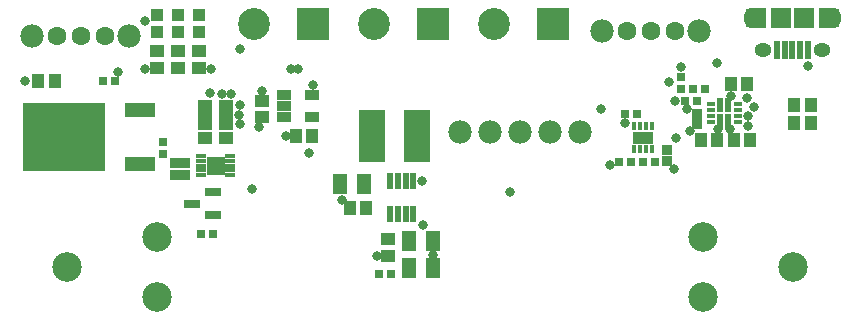
<source format=gts>
G04 Layer_Color=20142*
%FSLAX25Y25*%
%MOIN*%
G70*
G01*
G75*
%ADD57C,0.01400*%
%ADD66R,0.07099X0.04343*%
%ADD67R,0.01784X0.02769*%
%ADD68R,0.05524X0.06902*%
%ADD69R,0.06706X0.06902*%
%ADD70R,0.02375X0.06115*%
%ADD71R,0.04737X0.04343*%
%ADD72R,0.02965X0.03162*%
%ADD73R,0.05524X0.03162*%
%ADD74R,0.27572X0.22650*%
%ADD75R,0.10249X0.04737*%
%ADD76R,0.03162X0.02965*%
%ADD77R,0.03477X0.03320*%
%ADD78R,0.03753X0.01587*%
%ADD79R,0.05918X0.06312*%
%ADD80R,0.04737X0.03950*%
%ADD81R,0.04737X0.09934*%
%ADD82R,0.04343X0.04737*%
%ADD83R,0.03320X0.03477*%
%ADD84R,0.02756X0.01181*%
%ADD85R,0.01969X0.04528*%
%ADD86R,0.02375X0.05524*%
%ADD87R,0.04737X0.06902*%
%ADD88R,0.08674X0.17335*%
%ADD89R,0.05131X0.04343*%
%ADD90R,0.05131X0.03359*%
%ADD91R,0.04343X0.05131*%
%ADD92R,0.04343X0.04343*%
%ADD93C,0.02375*%
%ADD94C,0.07800*%
%ADD95O,0.05721X0.04540*%
%ADD96O,0.04343X0.06902*%
%ADD97C,0.06300*%
%ADD98C,0.09855*%
%ADD99R,0.10642X0.10642*%
%ADD100C,0.10642*%
%ADD101C,0.03200*%
D57*
X367622Y391177D02*
D03*
X370377Y391176D02*
D03*
X370377Y388420D02*
D03*
X367621Y388421D02*
D03*
D66*
X342000Y381500D02*
D03*
D67*
X341016Y377760D02*
D03*
X342984Y385240D02*
D03*
X339047Y377760D02*
D03*
X342984D02*
D03*
X344953D02*
D03*
X344953Y385240D02*
D03*
X341016D02*
D03*
X339047D02*
D03*
D68*
X380299Y421453D02*
D03*
X403134D02*
D03*
D69*
X387779D02*
D03*
X395654D02*
D03*
D70*
X386598Y410823D02*
D03*
X389157D02*
D03*
X391717D02*
D03*
X394276D02*
D03*
X396835D02*
D03*
D71*
X215000Y388342D02*
D03*
Y393657D02*
D03*
D72*
X194531Y349500D02*
D03*
X198468D02*
D03*
X362468Y397799D02*
D03*
X358530D02*
D03*
X359967Y393799D02*
D03*
X356031D02*
D03*
X342031Y373500D02*
D03*
X345968D02*
D03*
X334031D02*
D03*
X337968D02*
D03*
X339968Y389500D02*
D03*
X336031D02*
D03*
X257968Y336000D02*
D03*
X254031D02*
D03*
X162031Y400500D02*
D03*
X165969D02*
D03*
D73*
X198543Y355760D02*
D03*
Y363240D02*
D03*
X191457Y359500D02*
D03*
D74*
X148929Y381689D02*
D03*
D75*
X174126Y390665D02*
D03*
Y372713D02*
D03*
D76*
X182000Y379968D02*
D03*
Y376031D02*
D03*
X354499Y397831D02*
D03*
Y401767D02*
D03*
D77*
X185768Y373000D02*
D03*
X189232D02*
D03*
X185768Y369000D02*
D03*
X189232D02*
D03*
D78*
X204383Y368976D02*
D03*
Y370551D02*
D03*
Y372126D02*
D03*
Y373701D02*
D03*
Y375275D02*
D03*
X194616Y368976D02*
D03*
Y370551D02*
D03*
Y372126D02*
D03*
Y373701D02*
D03*
Y375275D02*
D03*
D79*
X199500Y372126D02*
D03*
D80*
X196055Y381252D02*
D03*
X202945D02*
D03*
D81*
Y389126D02*
D03*
X196055D02*
D03*
D82*
X371341Y399299D02*
D03*
X376657D02*
D03*
X366656Y380799D02*
D03*
X361342D02*
D03*
X372341D02*
D03*
X377657D02*
D03*
X249657Y358000D02*
D03*
X244342D02*
D03*
X231657Y382000D02*
D03*
X226343D02*
D03*
D83*
X359999Y386067D02*
D03*
Y389531D02*
D03*
X350000Y373768D02*
D03*
Y377232D02*
D03*
D84*
X364471Y388815D02*
D03*
Y390783D02*
D03*
Y392752D02*
D03*
Y386846D02*
D03*
X373527D02*
D03*
Y392752D02*
D03*
Y390783D02*
D03*
Y388815D02*
D03*
D85*
X367621Y392457D02*
D03*
Y387141D02*
D03*
X370377D02*
D03*
Y392457D02*
D03*
D86*
X260221Y355882D02*
D03*
X262779D02*
D03*
X265339D02*
D03*
X257661D02*
D03*
Y367118D02*
D03*
X260221D02*
D03*
X262779D02*
D03*
X265339D02*
D03*
D87*
X240957Y366000D02*
D03*
X249043D02*
D03*
X272043Y338000D02*
D03*
X263957D02*
D03*
X272043Y347000D02*
D03*
X263957D02*
D03*
D88*
X266587Y382000D02*
D03*
X251413D02*
D03*
D89*
X257000Y347856D02*
D03*
Y342144D02*
D03*
X194000Y410256D02*
D03*
Y404744D02*
D03*
X187000Y410256D02*
D03*
Y404744D02*
D03*
X180000Y404744D02*
D03*
Y410256D02*
D03*
D90*
X222276Y395740D02*
D03*
Y392000D02*
D03*
Y388260D02*
D03*
X231724D02*
D03*
Y395740D02*
D03*
D91*
X145756Y400500D02*
D03*
X140244D02*
D03*
X397756Y386500D02*
D03*
X392244D02*
D03*
X397756Y392500D02*
D03*
X392244D02*
D03*
D92*
X180000Y416547D02*
D03*
Y422453D02*
D03*
X187000D02*
D03*
Y416547D02*
D03*
X194000D02*
D03*
Y422453D02*
D03*
D93*
X344165Y381500D02*
D03*
X339835D02*
D03*
D94*
X321000Y383500D02*
D03*
X311000D02*
D03*
X301000D02*
D03*
X291000D02*
D03*
X281000D02*
D03*
X328300Y417000D02*
D03*
X360700D02*
D03*
X170700Y415500D02*
D03*
X138300D02*
D03*
D95*
X381874Y410823D02*
D03*
X401559D02*
D03*
D96*
X405496Y421453D02*
D03*
X377937D02*
D03*
D97*
X336500Y417000D02*
D03*
X344500D02*
D03*
X352500D02*
D03*
X162500Y415500D02*
D03*
X154500D02*
D03*
X146500D02*
D03*
D98*
X391882Y338500D02*
D03*
X361882Y348500D02*
D03*
Y328500D02*
D03*
X149882Y338500D02*
D03*
X179882Y328500D02*
D03*
Y348500D02*
D03*
D99*
X312000Y419500D02*
D03*
X272000D02*
D03*
X232000D02*
D03*
D100*
X292315D02*
D03*
X252315D02*
D03*
X212315D02*
D03*
D101*
X253144Y342144D02*
D03*
X272043Y342500D02*
D03*
X268118Y367118D02*
D03*
X241500Y360842D02*
D03*
X207374Y389126D02*
D03*
X207429Y392500D02*
D03*
Y386000D02*
D03*
X204500Y395929D02*
D03*
X201500D02*
D03*
X357499Y383799D02*
D03*
X376999Y385299D02*
D03*
X376983Y388815D02*
D03*
X376657Y394799D02*
D03*
X378999Y391799D02*
D03*
X215000Y397000D02*
D03*
X223000Y382000D02*
D03*
X354499Y405001D02*
D03*
X352232Y371000D02*
D03*
X336000Y386287D02*
D03*
X396835Y405500D02*
D03*
X366500Y406500D02*
D03*
X167000Y403500D02*
D03*
X136000Y400500D02*
D03*
X176000Y404500D02*
D03*
X198000D02*
D03*
X176000Y420500D02*
D03*
X207500Y411000D02*
D03*
X224500Y404500D02*
D03*
X227000D02*
D03*
X232000Y399000D02*
D03*
X197500Y396500D02*
D03*
X297500Y363500D02*
D03*
X350500Y400000D02*
D03*
X328000Y391000D02*
D03*
X268500Y352500D02*
D03*
X331000Y372500D02*
D03*
X214000Y385000D02*
D03*
X211500Y364500D02*
D03*
X367000Y384500D02*
D03*
X371000D02*
D03*
X371300Y395500D02*
D03*
X356500Y391000D02*
D03*
X353000Y381500D02*
D03*
X352500Y393700D02*
D03*
X230500Y376500D02*
D03*
M02*

</source>
